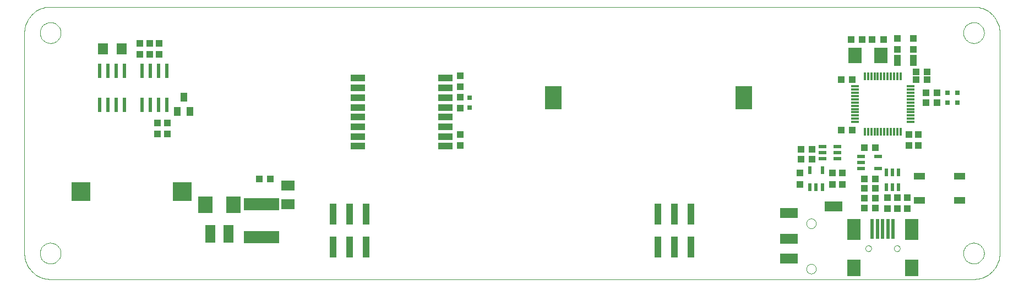
<source format=gtp>
G75*
G70*
%OFA0B0*%
%FSLAX24Y24*%
%IPPOS*%
%LPD*%
%AMOC8*
5,1,8,0,0,1.08239X$1,22.5*
%
%ADD10C,0.0000*%
%ADD11R,0.0433X0.0394*%
%ADD12R,0.0394X0.0433*%
%ADD13R,0.0315X0.0315*%
%ADD14R,0.0787X0.0984*%
%ADD15R,0.0787X0.1299*%
%ADD16R,0.0197X0.1220*%
%ADD17R,0.0472X0.0217*%
%ADD18R,0.1181X0.1181*%
%ADD19R,0.0236X0.0866*%
%ADD20R,0.0394X0.0551*%
%ADD21R,0.0630X0.0710*%
%ADD22R,0.0906X0.0984*%
%ADD23R,0.2165X0.0728*%
%ADD24R,0.0630X0.1063*%
%ADD25R,0.0787X0.0630*%
%ADD26R,0.0709X0.0433*%
%ADD27R,0.0118X0.0472*%
%ADD28R,0.0472X0.0118*%
%ADD29R,0.0236X0.0472*%
%ADD30R,0.0472X0.0236*%
%ADD31R,0.1102X0.0591*%
%ADD32R,0.0787X0.0945*%
%ADD33R,0.0217X0.0472*%
%ADD34R,0.0394X0.0709*%
%ADD35R,0.0860X0.0420*%
%ADD36R,0.0400X0.1300*%
%ADD37R,0.1024X0.1417*%
D10*
X001725Y000937D02*
X057630Y000937D01*
X057000Y002512D02*
X057002Y002562D01*
X057008Y002612D01*
X057018Y002661D01*
X057032Y002709D01*
X057049Y002756D01*
X057070Y002801D01*
X057095Y002845D01*
X057123Y002886D01*
X057155Y002925D01*
X057189Y002962D01*
X057226Y002996D01*
X057266Y003026D01*
X057308Y003053D01*
X057352Y003077D01*
X057398Y003098D01*
X057445Y003114D01*
X057493Y003127D01*
X057543Y003136D01*
X057592Y003141D01*
X057643Y003142D01*
X057693Y003139D01*
X057742Y003132D01*
X057791Y003121D01*
X057839Y003106D01*
X057885Y003088D01*
X057930Y003066D01*
X057973Y003040D01*
X058014Y003011D01*
X058053Y002979D01*
X058089Y002944D01*
X058121Y002906D01*
X058151Y002866D01*
X058178Y002823D01*
X058201Y002779D01*
X058220Y002733D01*
X058236Y002685D01*
X058248Y002636D01*
X058256Y002587D01*
X058260Y002537D01*
X058260Y002487D01*
X058256Y002437D01*
X058248Y002388D01*
X058236Y002339D01*
X058220Y002291D01*
X058201Y002245D01*
X058178Y002201D01*
X058151Y002158D01*
X058121Y002118D01*
X058089Y002080D01*
X058053Y002045D01*
X058014Y002013D01*
X057973Y001984D01*
X057930Y001958D01*
X057885Y001936D01*
X057839Y001918D01*
X057791Y001903D01*
X057742Y001892D01*
X057693Y001885D01*
X057643Y001882D01*
X057592Y001883D01*
X057543Y001888D01*
X057493Y001897D01*
X057445Y001910D01*
X057398Y001926D01*
X057352Y001947D01*
X057308Y001971D01*
X057266Y001998D01*
X057226Y002028D01*
X057189Y002062D01*
X057155Y002099D01*
X057123Y002138D01*
X057095Y002179D01*
X057070Y002223D01*
X057049Y002268D01*
X057032Y002315D01*
X057018Y002363D01*
X057008Y002412D01*
X057002Y002462D01*
X057000Y002512D01*
X057630Y000937D02*
X057707Y000939D01*
X057784Y000945D01*
X057861Y000954D01*
X057937Y000967D01*
X058013Y000984D01*
X058087Y001005D01*
X058161Y001029D01*
X058233Y001057D01*
X058303Y001088D01*
X058372Y001123D01*
X058440Y001161D01*
X058505Y001202D01*
X058568Y001247D01*
X058629Y001295D01*
X058688Y001345D01*
X058744Y001398D01*
X058797Y001454D01*
X058847Y001513D01*
X058895Y001574D01*
X058940Y001637D01*
X058981Y001702D01*
X059019Y001770D01*
X059054Y001839D01*
X059085Y001909D01*
X059113Y001981D01*
X059137Y002055D01*
X059158Y002129D01*
X059175Y002205D01*
X059188Y002281D01*
X059197Y002358D01*
X059203Y002435D01*
X059205Y002512D01*
X059205Y015898D01*
X057000Y015898D02*
X057002Y015948D01*
X057008Y015998D01*
X057018Y016047D01*
X057032Y016095D01*
X057049Y016142D01*
X057070Y016187D01*
X057095Y016231D01*
X057123Y016272D01*
X057155Y016311D01*
X057189Y016348D01*
X057226Y016382D01*
X057266Y016412D01*
X057308Y016439D01*
X057352Y016463D01*
X057398Y016484D01*
X057445Y016500D01*
X057493Y016513D01*
X057543Y016522D01*
X057592Y016527D01*
X057643Y016528D01*
X057693Y016525D01*
X057742Y016518D01*
X057791Y016507D01*
X057839Y016492D01*
X057885Y016474D01*
X057930Y016452D01*
X057973Y016426D01*
X058014Y016397D01*
X058053Y016365D01*
X058089Y016330D01*
X058121Y016292D01*
X058151Y016252D01*
X058178Y016209D01*
X058201Y016165D01*
X058220Y016119D01*
X058236Y016071D01*
X058248Y016022D01*
X058256Y015973D01*
X058260Y015923D01*
X058260Y015873D01*
X058256Y015823D01*
X058248Y015774D01*
X058236Y015725D01*
X058220Y015677D01*
X058201Y015631D01*
X058178Y015587D01*
X058151Y015544D01*
X058121Y015504D01*
X058089Y015466D01*
X058053Y015431D01*
X058014Y015399D01*
X057973Y015370D01*
X057930Y015344D01*
X057885Y015322D01*
X057839Y015304D01*
X057791Y015289D01*
X057742Y015278D01*
X057693Y015271D01*
X057643Y015268D01*
X057592Y015269D01*
X057543Y015274D01*
X057493Y015283D01*
X057445Y015296D01*
X057398Y015312D01*
X057352Y015333D01*
X057308Y015357D01*
X057266Y015384D01*
X057226Y015414D01*
X057189Y015448D01*
X057155Y015485D01*
X057123Y015524D01*
X057095Y015565D01*
X057070Y015609D01*
X057049Y015654D01*
X057032Y015701D01*
X057018Y015749D01*
X057008Y015798D01*
X057002Y015848D01*
X057000Y015898D01*
X057630Y017473D02*
X057707Y017471D01*
X057784Y017465D01*
X057861Y017456D01*
X057937Y017443D01*
X058013Y017426D01*
X058087Y017405D01*
X058161Y017381D01*
X058233Y017353D01*
X058303Y017322D01*
X058372Y017287D01*
X058440Y017249D01*
X058505Y017208D01*
X058568Y017163D01*
X058629Y017115D01*
X058688Y017065D01*
X058744Y017012D01*
X058797Y016956D01*
X058847Y016897D01*
X058895Y016836D01*
X058940Y016773D01*
X058981Y016708D01*
X059019Y016640D01*
X059054Y016571D01*
X059085Y016501D01*
X059113Y016429D01*
X059137Y016355D01*
X059158Y016281D01*
X059175Y016205D01*
X059188Y016129D01*
X059197Y016052D01*
X059203Y015975D01*
X059205Y015898D01*
X057630Y017473D02*
X001725Y017473D01*
X001095Y015898D02*
X001097Y015948D01*
X001103Y015998D01*
X001113Y016047D01*
X001127Y016095D01*
X001144Y016142D01*
X001165Y016187D01*
X001190Y016231D01*
X001218Y016272D01*
X001250Y016311D01*
X001284Y016348D01*
X001321Y016382D01*
X001361Y016412D01*
X001403Y016439D01*
X001447Y016463D01*
X001493Y016484D01*
X001540Y016500D01*
X001588Y016513D01*
X001638Y016522D01*
X001687Y016527D01*
X001738Y016528D01*
X001788Y016525D01*
X001837Y016518D01*
X001886Y016507D01*
X001934Y016492D01*
X001980Y016474D01*
X002025Y016452D01*
X002068Y016426D01*
X002109Y016397D01*
X002148Y016365D01*
X002184Y016330D01*
X002216Y016292D01*
X002246Y016252D01*
X002273Y016209D01*
X002296Y016165D01*
X002315Y016119D01*
X002331Y016071D01*
X002343Y016022D01*
X002351Y015973D01*
X002355Y015923D01*
X002355Y015873D01*
X002351Y015823D01*
X002343Y015774D01*
X002331Y015725D01*
X002315Y015677D01*
X002296Y015631D01*
X002273Y015587D01*
X002246Y015544D01*
X002216Y015504D01*
X002184Y015466D01*
X002148Y015431D01*
X002109Y015399D01*
X002068Y015370D01*
X002025Y015344D01*
X001980Y015322D01*
X001934Y015304D01*
X001886Y015289D01*
X001837Y015278D01*
X001788Y015271D01*
X001738Y015268D01*
X001687Y015269D01*
X001638Y015274D01*
X001588Y015283D01*
X001540Y015296D01*
X001493Y015312D01*
X001447Y015333D01*
X001403Y015357D01*
X001361Y015384D01*
X001321Y015414D01*
X001284Y015448D01*
X001250Y015485D01*
X001218Y015524D01*
X001190Y015565D01*
X001165Y015609D01*
X001144Y015654D01*
X001127Y015701D01*
X001113Y015749D01*
X001103Y015798D01*
X001097Y015848D01*
X001095Y015898D01*
X000150Y015898D02*
X000152Y015975D01*
X000158Y016052D01*
X000167Y016129D01*
X000180Y016205D01*
X000197Y016281D01*
X000218Y016355D01*
X000242Y016429D01*
X000270Y016501D01*
X000301Y016571D01*
X000336Y016640D01*
X000374Y016708D01*
X000415Y016773D01*
X000460Y016836D01*
X000508Y016897D01*
X000558Y016956D01*
X000611Y017012D01*
X000667Y017065D01*
X000726Y017115D01*
X000787Y017163D01*
X000850Y017208D01*
X000915Y017249D01*
X000983Y017287D01*
X001052Y017322D01*
X001122Y017353D01*
X001194Y017381D01*
X001268Y017405D01*
X001342Y017426D01*
X001418Y017443D01*
X001494Y017456D01*
X001571Y017465D01*
X001648Y017471D01*
X001725Y017473D01*
X000150Y015898D02*
X000150Y002512D01*
X001095Y002512D02*
X001097Y002562D01*
X001103Y002612D01*
X001113Y002661D01*
X001127Y002709D01*
X001144Y002756D01*
X001165Y002801D01*
X001190Y002845D01*
X001218Y002886D01*
X001250Y002925D01*
X001284Y002962D01*
X001321Y002996D01*
X001361Y003026D01*
X001403Y003053D01*
X001447Y003077D01*
X001493Y003098D01*
X001540Y003114D01*
X001588Y003127D01*
X001638Y003136D01*
X001687Y003141D01*
X001738Y003142D01*
X001788Y003139D01*
X001837Y003132D01*
X001886Y003121D01*
X001934Y003106D01*
X001980Y003088D01*
X002025Y003066D01*
X002068Y003040D01*
X002109Y003011D01*
X002148Y002979D01*
X002184Y002944D01*
X002216Y002906D01*
X002246Y002866D01*
X002273Y002823D01*
X002296Y002779D01*
X002315Y002733D01*
X002331Y002685D01*
X002343Y002636D01*
X002351Y002587D01*
X002355Y002537D01*
X002355Y002487D01*
X002351Y002437D01*
X002343Y002388D01*
X002331Y002339D01*
X002315Y002291D01*
X002296Y002245D01*
X002273Y002201D01*
X002246Y002158D01*
X002216Y002118D01*
X002184Y002080D01*
X002148Y002045D01*
X002109Y002013D01*
X002068Y001984D01*
X002025Y001958D01*
X001980Y001936D01*
X001934Y001918D01*
X001886Y001903D01*
X001837Y001892D01*
X001788Y001885D01*
X001738Y001882D01*
X001687Y001883D01*
X001638Y001888D01*
X001588Y001897D01*
X001540Y001910D01*
X001493Y001926D01*
X001447Y001947D01*
X001403Y001971D01*
X001361Y001998D01*
X001321Y002028D01*
X001284Y002062D01*
X001250Y002099D01*
X001218Y002138D01*
X001190Y002179D01*
X001165Y002223D01*
X001144Y002268D01*
X001127Y002315D01*
X001113Y002363D01*
X001103Y002412D01*
X001097Y002462D01*
X001095Y002512D01*
X000150Y002512D02*
X000152Y002435D01*
X000158Y002358D01*
X000167Y002281D01*
X000180Y002205D01*
X000197Y002129D01*
X000218Y002055D01*
X000242Y001981D01*
X000270Y001909D01*
X000301Y001839D01*
X000336Y001770D01*
X000374Y001702D01*
X000415Y001637D01*
X000460Y001574D01*
X000508Y001513D01*
X000558Y001454D01*
X000611Y001398D01*
X000667Y001345D01*
X000726Y001295D01*
X000787Y001247D01*
X000850Y001202D01*
X000915Y001161D01*
X000983Y001123D01*
X001052Y001088D01*
X001122Y001057D01*
X001194Y001029D01*
X001268Y001005D01*
X001342Y000984D01*
X001418Y000967D01*
X001494Y000954D01*
X001571Y000945D01*
X001648Y000939D01*
X001725Y000937D01*
X047493Y001567D02*
X047495Y001601D01*
X047501Y001635D01*
X047511Y001668D01*
X047524Y001699D01*
X047542Y001729D01*
X047562Y001757D01*
X047586Y001782D01*
X047612Y001804D01*
X047640Y001822D01*
X047671Y001838D01*
X047703Y001850D01*
X047737Y001858D01*
X047771Y001862D01*
X047805Y001862D01*
X047839Y001858D01*
X047873Y001850D01*
X047905Y001838D01*
X047935Y001822D01*
X047964Y001804D01*
X047990Y001782D01*
X048014Y001757D01*
X048034Y001729D01*
X048052Y001699D01*
X048065Y001668D01*
X048075Y001635D01*
X048081Y001601D01*
X048083Y001567D01*
X048081Y001533D01*
X048075Y001499D01*
X048065Y001466D01*
X048052Y001435D01*
X048034Y001405D01*
X048014Y001377D01*
X047990Y001352D01*
X047964Y001330D01*
X047936Y001312D01*
X047905Y001296D01*
X047873Y001284D01*
X047839Y001276D01*
X047805Y001272D01*
X047771Y001272D01*
X047737Y001276D01*
X047703Y001284D01*
X047671Y001296D01*
X047640Y001312D01*
X047612Y001330D01*
X047586Y001352D01*
X047562Y001377D01*
X047542Y001405D01*
X047524Y001435D01*
X047511Y001466D01*
X047501Y001499D01*
X047495Y001533D01*
X047493Y001567D01*
X051075Y002807D02*
X051077Y002833D01*
X051083Y002859D01*
X051093Y002884D01*
X051106Y002907D01*
X051122Y002927D01*
X051142Y002945D01*
X051164Y002960D01*
X051187Y002972D01*
X051213Y002980D01*
X051239Y002984D01*
X051265Y002984D01*
X051291Y002980D01*
X051317Y002972D01*
X051341Y002960D01*
X051362Y002945D01*
X051382Y002927D01*
X051398Y002907D01*
X051411Y002884D01*
X051421Y002859D01*
X051427Y002833D01*
X051429Y002807D01*
X051427Y002781D01*
X051421Y002755D01*
X051411Y002730D01*
X051398Y002707D01*
X051382Y002687D01*
X051362Y002669D01*
X051340Y002654D01*
X051317Y002642D01*
X051291Y002634D01*
X051265Y002630D01*
X051239Y002630D01*
X051213Y002634D01*
X051187Y002642D01*
X051163Y002654D01*
X051142Y002669D01*
X051122Y002687D01*
X051106Y002707D01*
X051093Y002730D01*
X051083Y002755D01*
X051077Y002781D01*
X051075Y002807D01*
X052808Y002807D02*
X052810Y002833D01*
X052816Y002859D01*
X052826Y002884D01*
X052839Y002907D01*
X052855Y002927D01*
X052875Y002945D01*
X052897Y002960D01*
X052920Y002972D01*
X052946Y002980D01*
X052972Y002984D01*
X052998Y002984D01*
X053024Y002980D01*
X053050Y002972D01*
X053074Y002960D01*
X053095Y002945D01*
X053115Y002927D01*
X053131Y002907D01*
X053144Y002884D01*
X053154Y002859D01*
X053160Y002833D01*
X053162Y002807D01*
X053160Y002781D01*
X053154Y002755D01*
X053144Y002730D01*
X053131Y002707D01*
X053115Y002687D01*
X053095Y002669D01*
X053073Y002654D01*
X053050Y002642D01*
X053024Y002634D01*
X052998Y002630D01*
X052972Y002630D01*
X052946Y002634D01*
X052920Y002642D01*
X052896Y002654D01*
X052875Y002669D01*
X052855Y002687D01*
X052839Y002707D01*
X052826Y002730D01*
X052816Y002755D01*
X052810Y002781D01*
X052808Y002807D01*
X047493Y004323D02*
X047495Y004357D01*
X047501Y004391D01*
X047511Y004424D01*
X047524Y004455D01*
X047542Y004485D01*
X047562Y004513D01*
X047586Y004538D01*
X047612Y004560D01*
X047640Y004578D01*
X047671Y004594D01*
X047703Y004606D01*
X047737Y004614D01*
X047771Y004618D01*
X047805Y004618D01*
X047839Y004614D01*
X047873Y004606D01*
X047905Y004594D01*
X047935Y004578D01*
X047964Y004560D01*
X047990Y004538D01*
X048014Y004513D01*
X048034Y004485D01*
X048052Y004455D01*
X048065Y004424D01*
X048075Y004391D01*
X048081Y004357D01*
X048083Y004323D01*
X048081Y004289D01*
X048075Y004255D01*
X048065Y004222D01*
X048052Y004191D01*
X048034Y004161D01*
X048014Y004133D01*
X047990Y004108D01*
X047964Y004086D01*
X047936Y004068D01*
X047905Y004052D01*
X047873Y004040D01*
X047839Y004032D01*
X047805Y004028D01*
X047771Y004028D01*
X047737Y004032D01*
X047703Y004040D01*
X047671Y004052D01*
X047640Y004068D01*
X047612Y004086D01*
X047586Y004108D01*
X047562Y004133D01*
X047542Y004161D01*
X047524Y004191D01*
X047511Y004222D01*
X047501Y004255D01*
X047495Y004289D01*
X047493Y004323D01*
D11*
X052414Y005229D03*
X053004Y005229D03*
X053595Y005229D03*
X053595Y005898D03*
X053004Y005898D03*
X052414Y005898D03*
X051666Y006449D03*
X050996Y006449D03*
X050996Y007040D03*
X051666Y007040D03*
X051666Y008910D03*
X050996Y008910D03*
X050288Y009993D03*
X049619Y009993D03*
X054284Y009737D03*
X054284Y009067D03*
X054146Y013044D03*
X054815Y013044D03*
X054815Y013536D03*
X054146Y013536D03*
X050288Y013044D03*
X049619Y013044D03*
X050209Y015504D03*
X050878Y015504D03*
X051489Y015504D03*
X052158Y015504D03*
X026528Y013280D03*
X026528Y012611D03*
X026528Y012000D03*
X026528Y011331D03*
X007729Y014579D03*
X007729Y015248D03*
D12*
X008319Y015248D03*
X007138Y015248D03*
X007138Y014579D03*
X008319Y014579D03*
X008221Y010426D03*
X008811Y010426D03*
X008811Y009756D03*
X008221Y009756D03*
X014382Y007040D03*
X015052Y007040D03*
X026528Y009067D03*
X026528Y009737D03*
X047158Y008811D03*
X047827Y008811D03*
X047827Y008221D03*
X047158Y008221D03*
X047099Y007374D03*
X047099Y006705D03*
X049067Y006705D03*
X049658Y006705D03*
X049658Y007374D03*
X049067Y007374D03*
X050996Y005859D03*
X051666Y005859D03*
X051666Y005268D03*
X050996Y005268D03*
X053693Y009067D03*
X053693Y009737D03*
X054737Y011666D03*
X055406Y011666D03*
X055406Y012256D03*
X054737Y012256D03*
X053989Y014874D03*
X053004Y014874D03*
X053004Y015544D03*
X053989Y015544D03*
D13*
X056056Y012256D03*
X056646Y012256D03*
X056646Y011666D03*
X056056Y011666D03*
X027119Y011961D03*
X027119Y011370D03*
D14*
X050367Y001626D03*
X053870Y001626D03*
D15*
X053870Y003949D03*
X050367Y003949D03*
D16*
X051489Y003989D03*
X051804Y003989D03*
X052119Y003989D03*
X052433Y003989D03*
X052748Y003989D03*
D17*
X051843Y007650D03*
X050819Y007650D03*
X050819Y008024D03*
X050819Y008398D03*
X051843Y008398D03*
D18*
X009717Y006252D03*
X003575Y006252D03*
D19*
X004715Y011528D03*
X005215Y011528D03*
X005715Y011528D03*
X006215Y011528D03*
X007274Y011528D03*
X007774Y011528D03*
X008274Y011528D03*
X008774Y011528D03*
X008774Y013575D03*
X008274Y013575D03*
X007774Y013575D03*
X007274Y013575D03*
X006215Y013575D03*
X005715Y013575D03*
X005215Y013575D03*
X004715Y013575D03*
D20*
X009796Y012000D03*
X010170Y011134D03*
X009422Y011134D03*
D21*
X006025Y014914D03*
X004905Y014914D03*
D22*
X011115Y005465D03*
X012807Y005465D03*
D23*
X014520Y005485D03*
X014520Y003477D03*
D24*
X012512Y003693D03*
X011410Y003693D03*
D25*
X016095Y005504D03*
X016095Y006607D03*
D26*
X054343Y007178D03*
X056784Y007178D03*
X056784Y005721D03*
X054343Y005721D03*
D27*
X053201Y009894D03*
X053004Y009894D03*
X052807Y009894D03*
X052611Y009894D03*
X052414Y009894D03*
X052217Y009894D03*
X052020Y009894D03*
X051823Y009894D03*
X051626Y009894D03*
X051430Y009894D03*
X051233Y009894D03*
X051036Y009894D03*
X051036Y013241D03*
X051233Y013241D03*
X051430Y013241D03*
X051626Y013241D03*
X051823Y013241D03*
X052020Y013241D03*
X052217Y013241D03*
X052414Y013241D03*
X052611Y013241D03*
X052807Y013241D03*
X053004Y013241D03*
X053201Y013241D03*
D28*
X053792Y012650D03*
X053792Y012453D03*
X053792Y012256D03*
X053792Y012059D03*
X053792Y011863D03*
X053792Y011666D03*
X053792Y011469D03*
X053792Y011272D03*
X053792Y011075D03*
X053792Y010878D03*
X053792Y010681D03*
X053792Y010485D03*
X050445Y010485D03*
X050445Y010681D03*
X050445Y010878D03*
X050445Y011075D03*
X050445Y011272D03*
X050445Y011469D03*
X050445Y011666D03*
X050445Y011863D03*
X050445Y012059D03*
X050445Y012256D03*
X050445Y012453D03*
X050445Y012650D03*
D29*
X052335Y007433D03*
X052709Y007433D03*
X053083Y007433D03*
X053083Y006528D03*
X052709Y006528D03*
X052335Y006528D03*
D30*
X049382Y008241D03*
X049382Y008615D03*
X048477Y008615D03*
X048477Y008241D03*
X048477Y008989D03*
X049382Y008989D03*
D31*
X049126Y005347D03*
X046449Y004953D03*
X046449Y003378D03*
X046449Y002197D03*
D32*
X050445Y014520D03*
X052020Y014520D03*
D33*
X048457Y007552D03*
X047709Y007552D03*
X047709Y006528D03*
X048083Y006528D03*
X048457Y006528D03*
D34*
X053004Y014225D03*
X053989Y014225D03*
D35*
X025642Y013142D03*
X025642Y012552D03*
X025642Y011961D03*
X025642Y011370D03*
X025642Y010780D03*
X025642Y010189D03*
X025642Y009599D03*
X025642Y009008D03*
X020327Y009008D03*
X020327Y009599D03*
X020327Y010189D03*
X020327Y010780D03*
X020327Y011370D03*
X020327Y011961D03*
X020327Y012552D03*
X020327Y013142D03*
D36*
X019835Y004890D03*
X018835Y004890D03*
X020835Y004890D03*
X020835Y002890D03*
X019835Y002890D03*
X018835Y002890D03*
X038520Y002890D03*
X039520Y002890D03*
X040520Y002890D03*
X040520Y004890D03*
X039520Y004890D03*
X038520Y004890D03*
D37*
X043713Y011961D03*
X032178Y011961D03*
M02*

</source>
